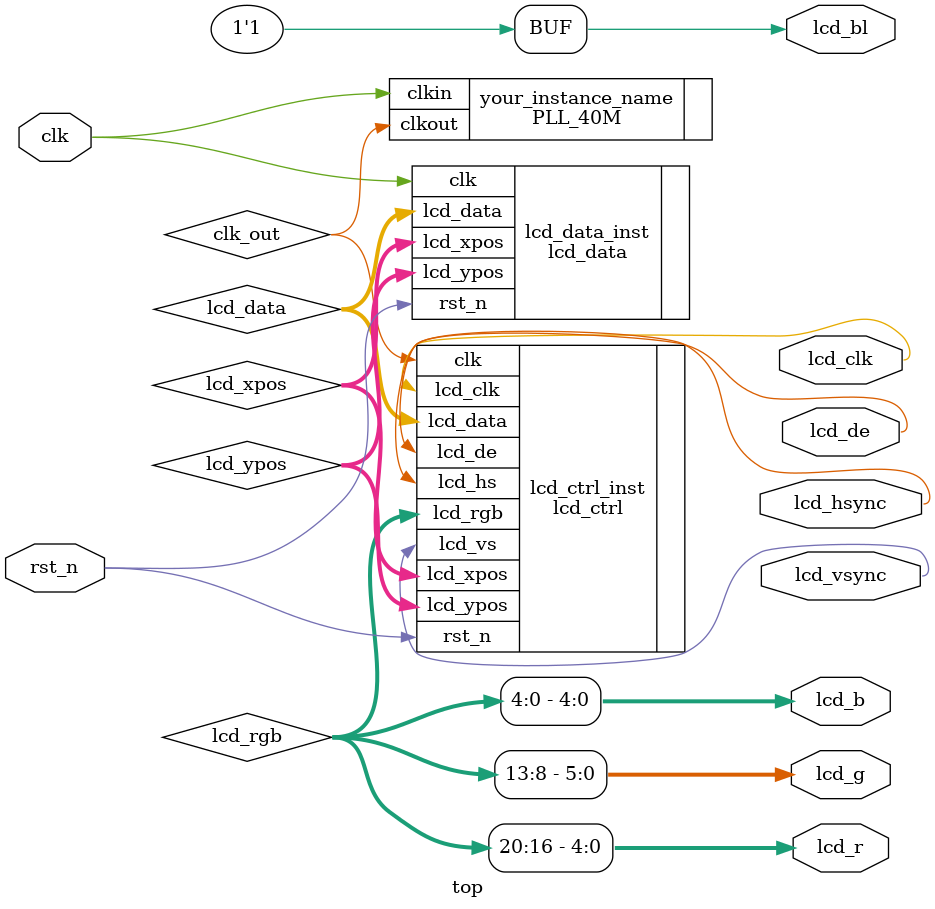
<source format=v>
module top (
    input           clk,
    input           rst_n,

	output [4:0]  	lcd_r,
	output [5:0]  	lcd_g,
	output [4:0]  	lcd_b,
    output          lcd_de,
    output          lcd_hsync,
    output          lcd_vsync,
    output          lcd_clk,
	output			lcd_bl
);

assign lcd_bl = 1'b1 ;

PLL_40M your_instance_name(
    .clkout (clk_out),  //output clkout
    .clkin  (clk)     //input clkin
);

parameter para = 8 ;

wire [23:0] lcd_rgb  ;
wire [23:0] lcd_data ;

assign lcd_r[4:0] = lcd_rgb[4+ para*2:para*2];
assign lcd_g[5:0] = lcd_rgb[5+ para*1:para*1];
assign lcd_b[4:0] = lcd_rgb[4+ para*0:para*0];

wire	[11:0]	lcd_xpos;		
wire	[11:0]	lcd_ypos;		

lcd_ctrl lcd_ctrl_inst (
	.clk        (clk_out)    ,      //lcd clock
	.rst_n      (rst_n)      ,      //sync reset
	.lcd_data   (lcd_data)   ,      //lcd data
	.lcd_clk    (lcd_clk)    ,      //lcd pixel clock
	.lcd_hs     (lcd_hsync)  ,	    //lcd horizontal sync
	.lcd_vs     (lcd_vsync)  ,	    //lcd vertical sync
	.lcd_de     (lcd_de)     ,	    //lcd display enable; 1:Display Enable Signal;0: Disable Ddsplay
	.lcd_rgb    (lcd_rgb)    ,      //lcd display data
	.lcd_xpos   (lcd_xpos)   ,      //lcd horizontal coordinate
	.lcd_ypos   (lcd_ypos)		    //lcd vertical coordinate
);

lcd_data lcd_data_inst( 
	.clk(clk),	
	.rst_n(rst_n),	
	.lcd_xpos(lcd_xpos),	//lcd horizontal coordinate
	.lcd_ypos(lcd_ypos),	//lcd vertical coordinate
	
	.lcd_data(lcd_data)	    //lcd data
);

endmodule
</source>
